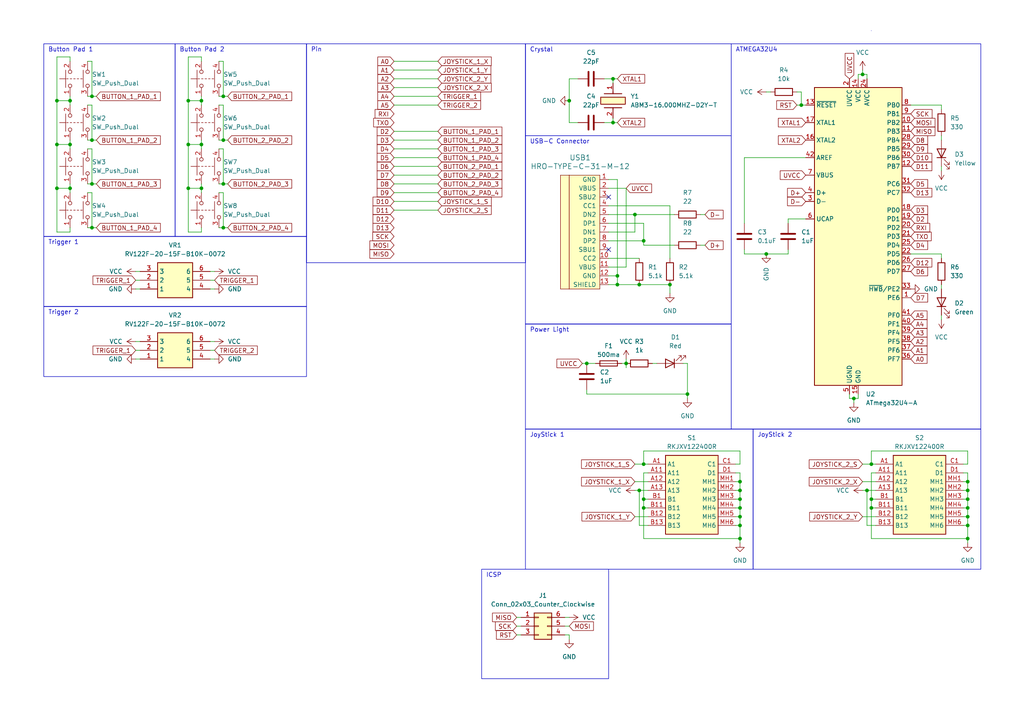
<source format=kicad_sch>
(kicad_sch (version 20230121) (generator eeschema)
  (paper "A4")
  (lib_symbols
    (symbol "Connector_Generic:Conn_02x03_Counter_Clockwise" (pin_names (offset 1.016) hide)
      (property "Reference" "J" (at 1.27 5.08 0))
      (property "Value" "Conn_02x03_Counter_Clockwise" (at 1.27 -5.08 0))
      (symbol "Conn_02x03_Counter_Clockwise_1_1"
        (pin passive line (at -5.08 2.54 0) (length 3.81) (name "Pin_1") (number "1"))
        (pin passive line (at -5.08 0 0) (length 3.81) (name "Pin_2") (number "2"))
        (pin passive line (at -5.08 -2.54 0) (length 3.81) (name "Pin_3") (number "3"))
        (pin passive line (at 7.62 -2.54 180) (length 3.81) (name "Pin_4") (number "4"))
        (pin passive line (at 7.62 0 180) (length 3.81) (name "Pin_5") (number "5"))
        (pin passive line (at 7.62 2.54 180) (length 3.81) (name "Pin_6") (number "6"))
      )
    )
    (symbol "Device:C" (pin_numbers hide) (pin_names (offset 0.254))
      (property "Reference" "C" (at 0.635 2.54 0))
      (property "Value" "C" (at 0.635 -2.54 0))
      (symbol "C_1_1"
        (pin passive line (at 0 3.81 270) (length 2.794) (name "~") (number "1"))
        (pin passive line (at 0 -3.81 90) (length 2.794) (name "~") (number "2"))
      )
    )
    (symbol "Device:Fuse" (pin_numbers hide) (pin_names (offset 0))
      (property "Reference" "F" (at 2.032 0 90))
      (property "Value" "Fuse" (at -1.905 0 90))
      (symbol "Fuse_1_1"
        (pin passive line (at 0 3.81 270) (length 1.27) (name "~") (number "1"))
        (pin passive line (at 0 -3.81 90) (length 1.27) (name "~") (number "2"))
      )
    )
    (symbol "Device:LED" (pin_numbers hide) (pin_names (offset 1.016) hide)
      (property "Reference" "D" (at 0 2.54 0))
      (property "Value" "LED" (at 0 -2.54 0))
      (symbol "LED_1_1"
        (pin passive line (at -3.81 0 0) (length 2.54) (name "K") (number "1"))
        (pin passive line (at 3.81 0 180) (length 2.54) (name "A") (number "2"))
      )
    )
    (symbol "Device:R" (pin_numbers hide) (pin_names (offset 0))
      (property "Reference" "R" (at 2.032 0 90))
      (property "Value" "R" (at 0 0 90))
      (symbol "R_1_1"
        (pin passive line (at 0 3.81 270) (length 1.27) (name "~") (number "1"))
        (pin passive line (at 0 -3.81 90) (length 1.27) (name "~") (number "2"))
      )
    )
    (symbol "MCU_Microchip_ATmega:ATmega32U4-A"
      (property "Reference" "U" (at -12.7 44.45 0))
      (property "Value" "ATmega32U4-A" (at 2.54 -44.45 0))
      (symbol "ATmega32U4-A_1_1"
        (pin bidirectional line (at 15.24 -17.78 180) (length 2.54) (name "PE6") (number "1"))
        (pin bidirectional line (at 15.24 33.02 180) (length 2.54) (name "PB2") (number "10"))
        (pin bidirectional line (at 15.24 30.48 180) (length 2.54) (name "PB3") (number "11"))
        (pin bidirectional line (at 15.24 20.32 180) (length 2.54) (name "PB7") (number "12"))
        (pin input line (at -15.24 38.1 0) (length 2.54) (name "~{RESET}") (number "13"))
        (pin power_in line (at 0 45.72 270) (length 2.54) (name "VCC") (number "14"))
        (pin power_in line (at 0 -45.72 90) (length 2.54) (name "GND") (number "15"))
        (pin output line (at -15.24 27.94 0) (length 2.54) (name "XTAL2") (number "16"))
        (pin input line (at -15.24 33.02 0) (length 2.54) (name "XTAL1") (number "17"))
        (pin bidirectional line (at 15.24 7.62 180) (length 2.54) (name "PD0") (number "18"))
        (pin bidirectional line (at 15.24 5.08 180) (length 2.54) (name "PD1") (number "19"))
        (pin power_in line (at -2.54 45.72 270) (length 2.54) (name "UVCC") (number "2"))
        (pin bidirectional line (at 15.24 2.54 180) (length 2.54) (name "PD2") (number "20"))
        (pin bidirectional line (at 15.24 0 180) (length 2.54) (name "PD3") (number "21"))
        (pin bidirectional line (at 15.24 -5.08 180) (length 2.54) (name "PD5") (number "22"))
        (pin passive line (at 0 -45.72 90) (length 2.54) hide (name "GND") (number "23"))
        (pin power_in line (at 2.54 45.72 270) (length 2.54) (name "AVCC") (number "24"))
        (pin bidirectional line (at 15.24 -2.54 180) (length 2.54) (name "PD4") (number "25"))
        (pin bidirectional line (at 15.24 -7.62 180) (length 2.54) (name "PD6") (number "26"))
        (pin bidirectional line (at 15.24 -10.16 180) (length 2.54) (name "PD7") (number "27"))
        (pin bidirectional line (at 15.24 27.94 180) (length 2.54) (name "PB4") (number "28"))
        (pin bidirectional line (at 15.24 25.4 180) (length 2.54) (name "PB5") (number "29"))
        (pin bidirectional line (at -15.24 10.16 0) (length 2.54) (name "D-") (number "3"))
        (pin bidirectional line (at 15.24 22.86 180) (length 2.54) (name "PB6") (number "30"))
        (pin bidirectional line (at 15.24 15.24 180) (length 2.54) (name "PC6") (number "31"))
        (pin bidirectional line (at 15.24 12.7 180) (length 2.54) (name "PC7") (number "32"))
        (pin bidirectional line (at 15.24 -15.24 180) (length 2.54) (name "~{HWB}/PE2") (number "33"))
        (pin passive line (at 0 45.72 270) (length 2.54) hide (name "VCC") (number "34"))
        (pin passive line (at 0 -45.72 90) (length 2.54) hide (name "GND") (number "35"))
        (pin bidirectional line (at 15.24 -35.56 180) (length 2.54) (name "PF7") (number "36"))
        (pin bidirectional line (at 15.24 -33.02 180) (length 2.54) (name "PF6") (number "37"))
        (pin bidirectional line (at 15.24 -30.48 180) (length 2.54) (name "PF5") (number "38"))
        (pin bidirectional line (at 15.24 -27.94 180) (length 2.54) (name "PF4") (number "39"))
        (pin bidirectional line (at -15.24 12.7 0) (length 2.54) (name "D+") (number "4"))
        (pin bidirectional line (at 15.24 -25.4 180) (length 2.54) (name "PF1") (number "40"))
        (pin bidirectional line (at 15.24 -22.86 180) (length 2.54) (name "PF0") (number "41"))
        (pin passive line (at -15.24 22.86 0) (length 2.54) (name "AREF") (number "42"))
        (pin passive line (at 0 -45.72 90) (length 2.54) hide (name "GND") (number "43"))
        (pin passive line (at 2.54 45.72 270) (length 2.54) hide (name "AVCC") (number "44"))
        (pin passive line (at -2.54 -45.72 90) (length 2.54) (name "UGND") (number "5"))
        (pin passive line (at -15.24 5.08 0) (length 2.54) (name "UCAP") (number "6"))
        (pin input line (at -15.24 17.78 0) (length 2.54) (name "VBUS") (number "7"))
        (pin bidirectional line (at 15.24 38.1 180) (length 2.54) (name "PB0") (number "8"))
        (pin bidirectional line (at 15.24 35.56 180) (length 2.54) (name "PB1") (number "9"))
      )
    )
    (symbol "SamacSys_Parts:ABM3-16.000MHZ-D2Y-T" (pin_names hide)
      (property "Reference" "Y" (at 8.89 6.35 0))
      (property "Value" "ABM3-16.000MHZ-D2Y-T" (at 8.89 3.81 0))
      (symbol "ABM3-16.000MHZ-D2Y-T_1_1"
        (pin passive line (at 0 0 0) (length 2.54) (name "1") (number "1"))
        (pin passive line (at 10.16 0 180) (length 2.54) (name "2") (number "2"))
      )
    )
    (symbol "SamacSys_Parts:RKJXV122400R"
      (property "Reference" "S" (at 21.59 7.62 0))
      (property "Value" "RKJXV122400R" (at 21.59 5.08 0))
      (symbol "RKJXV122400R_1_1"
        (pin passive line (at 0 0 0) (length 5.08) (name "A1") (number "A1"))
        (pin passive line (at 0 -2.54 0) (length 5.08) (name "A11") (number "A11"))
        (pin passive line (at 0 -5.08 0) (length 5.08) (name "A12") (number "A12"))
        (pin passive line (at 0 -7.62 0) (length 5.08) (name "A13") (number "A13"))
        (pin passive line (at 0 -10.16 0) (length 5.08) (name "B1") (number "B1"))
        (pin passive line (at 0 -12.7 0) (length 5.08) (name "B11") (number "B11"))
        (pin passive line (at 0 -15.24 0) (length 5.08) (name "B12") (number "B12"))
        (pin passive line (at 0 -17.78 0) (length 5.08) (name "B13") (number "B13"))
        (pin passive line (at 25.4 0 180) (length 5.08) (name "C1") (number "C1"))
        (pin passive line (at 25.4 -2.54 180) (length 5.08) (name "D1") (number "D1"))
        (pin passive line (at 25.4 -5.08 180) (length 5.08) (name "MH1") (number "MH1"))
        (pin passive line (at 25.4 -7.62 180) (length 5.08) (name "MH2") (number "MH2"))
        (pin passive line (at 25.4 -10.16 180) (length 5.08) (name "MH3") (number "MH3"))
        (pin passive line (at 25.4 -12.7 180) (length 5.08) (name "MH4") (number "MH4"))
        (pin passive line (at 25.4 -15.24 180) (length 5.08) (name "MH5") (number "MH5"))
        (pin passive line (at 25.4 -17.78 180) (length 5.08) (name "MH6") (number "MH6"))
      )
    )
    (symbol "SamacSys_Parts:RV122F-20-15F-B10K-0072"
      (property "Reference" "VR" (at 16.51 7.62 0))
      (property "Value" "RV122F-20-15F-B10K-0072" (at 16.51 5.08 0))
      (symbol "RV122F-20-15F-B10K-0072_1_1"
        (pin passive line (at 0 -5.08 0) (length 5.08) (name "1") (number "1"))
        (pin passive line (at 0 -2.54 0) (length 5.08) (name "2") (number "2"))
        (pin passive line (at 0 0 0) (length 5.08) (name "3") (number "3"))
        (pin passive line (at 20.32 -5.08 180) (length 5.08) (name "4") (number "4"))
        (pin passive line (at 20.32 -2.54 180) (length 5.08) (name "5") (number "5"))
        (pin passive line (at 20.32 0 180) (length 5.08) (name "6") (number "6"))
      )
    )
    (symbol "Switch:SW_Push_Dual" (pin_names (offset 1.016) hide)
      (property "Reference" "SW" (at 1.27 2.54 0))
      (property "Value" "SW_Push_Dual" (at 0 -6.858 0))
      (symbol "SW_Push_Dual_0_1"
        (pin passive line (at -5.08 0 0) (length 2.54) (name "1") (number "1"))
        (pin passive line (at 5.08 0 180) (length 2.54) (name "2") (number "2"))
        (pin passive line (at -5.08 -5.08 0) (length 2.54) (name "3") (number "3"))
        (pin passive line (at 5.08 -5.08 180) (length 2.54) (name "4") (number "4"))
      )
    )
    (symbol "Type-C:HRO-TYPE-C-31-M-12" (pin_names (offset 1.016))
      (property "Reference" "USB" (at -5.08 16.51 0))
      (property "Value" "HRO-TYPE-C-31-M-12" (at -10.16 -1.27 90))
      (symbol "HRO-TYPE-C-31-M-12_1_1"
        (pin input line (at 2.54 13.97 180) (length 2.54) (name "GND") (number "1"))
        (pin input line (at 2.54 -8.89 180) (length 2.54) (name "CC2") (number "10"))
        (pin input line (at 2.54 -11.43 180) (length 2.54) (name "VBUS") (number "11"))
        (pin input line (at 2.54 -13.97 180) (length 2.54) (name "GND") (number "12"))
        (pin input line (at 2.54 -16.51 180) (length 2.54) (name "SHIELD") (number "13"))
        (pin input line (at 2.54 11.43 180) (length 2.54) (name "VBUS") (number "2"))
        (pin input line (at 2.54 8.89 180) (length 2.54) (name "SBU2") (number "3"))
        (pin input line (at 2.54 6.35 180) (length 2.54) (name "CC1") (number "4"))
        (pin input line (at 2.54 3.81 180) (length 2.54) (name "DN2") (number "5"))
        (pin input line (at 2.54 1.27 180) (length 2.54) (name "DP1") (number "6"))
        (pin input line (at 2.54 -1.27 180) (length 2.54) (name "DN1") (number "7"))
        (pin input line (at 2.54 -3.81 180) (length 2.54) (name "DP2") (number "8"))
        (pin input line (at 2.54 -6.35 180) (length 2.54) (name "SBU1") (number "9"))
      )
    )
    (symbol "power:GND" (power) (pin_names (offset 0))
      (property "Value" "GND" (at 0 -3.81 0))
      (symbol "GND_1_1"
        (pin power_in line (at 0 0 270) (length 0) hide (name "GND") (number "1"))
      )
    )
    (symbol "power:VCC" (power) (pin_names (offset 0))
      (property "Value" "VCC" (at 0 3.81 0))
      (symbol "VCC_1_1"
        (pin power_in line (at 0 0 90) (length 0) hide (name "VCC") (number "1"))
      )
    )
  )
  (junction (at 64.77 40.64))
  (junction (at 54.61 29.21))
  (junction (at 165.1 29.21))
  (junction (at 232.41 30.48))
  (junction (at 214.63 142.24))
  (junction (at 280.67 147.32))
  (junction (at 280.67 152.4))
  (junction (at 252.73 144.78))
  (junction (at 251.46 142.24))
  (junction (at 214.63 152.4))
  (junction (at 214.63 147.32))
  (junction (at 186.69 144.78))
  (junction (at 214.63 149.86))
  (junction (at 58.42 54.61))
  (junction (at 214.63 139.7))
  (junction (at 177.8 22.86))
  (junction (at 280.67 149.86))
  (junction (at 194.31 82.55))
  (junction (at 185.42 142.24))
  (junction (at 247.65 115.57))
  (junction (at 16.51 54.61))
  (junction (at 186.69 69.85))
  (junction (at 186.69 134.62))
  (junction (at 170.18 105.41))
  (junction (at 250.19 21.59))
  (junction (at 179.07 80.01))
  (junction (at 26.67 40.64))
  (junction (at 280.67 139.7))
  (junction (at 26.67 53.34))
  (junction (at 252.73 147.32))
  (junction (at 16.51 41.91))
  (junction (at 252.73 134.62))
  (junction (at 26.67 27.94))
  (junction (at 20.32 41.91))
  (junction (at 54.61 41.91))
  (junction (at 185.42 82.55))
  (junction (at 214.63 156.21))
  (junction (at 26.67 66.04))
  (junction (at 280.67 156.21))
  (junction (at 64.77 53.34))
  (junction (at 58.42 41.91))
  (junction (at 20.32 54.61))
  (junction (at 181.61 105.41))
  (junction (at 186.69 147.32))
  (junction (at 280.67 144.78))
  (junction (at 199.39 114.3))
  (junction (at 58.42 29.21))
  (junction (at 20.32 29.21))
  (junction (at 64.77 66.04))
  (junction (at 214.63 144.78))
  (junction (at 184.15 62.23))
  (junction (at 177.8 35.56))
  (junction (at 16.51 29.21))
  (junction (at 179.07 82.55))
  (junction (at 54.61 54.61))
  (junction (at 222.25 73.66))
  (junction (at 64.77 27.94))
  (junction (at 280.67 142.24))
  (no_connect (at 176.53 57.15))
  (no_connect (at 176.53 72.39))
  (wire (pts (xy 264.16 30.48) (xy 273.05 30.48)))
  (wire (pts (xy 223.52 26.67) (xy 222.25 26.67)))
  (wire (pts (xy 20.32 54.61) (xy 16.51 54.61)))
  (wire (pts (xy 177.8 22.86) (xy 179.07 22.86)))
  (wire (pts (xy 246.38 115.57) (xy 247.65 115.57)))
  (wire (pts (xy 20.32 29.21) (xy 20.32 30.48)))
  (wire (pts (xy 54.61 29.21) (xy 54.61 16.51)))
  (wire (pts (xy 16.51 67.31) (xy 16.51 54.61)))
  (wire (pts (xy 232.41 30.48) (xy 233.68 30.48)))
  (wire (pts (xy 186.69 71.12) (xy 186.69 69.85)))
  (wire (pts (xy 165.1 35.56) (xy 167.64 35.56)))
  (wire (pts (xy 176.53 52.07) (xy 179.07 52.07)))
  (wire (pts (xy 185.42 152.4) (xy 185.42 142.24)))
  (wire (pts (xy 58.42 67.31) (xy 54.61 67.31)))
  (wire (pts (xy 273.05 30.48) (xy 273.05 31.75)))
  (wire (pts (xy 58.42 16.51) (xy 58.42 17.78)))
  (wire (pts (xy 185.42 82.55) (xy 194.31 82.55)))
  (wire (pts (xy 64.77 30.48) (xy 64.77 40.64)))
  (wire (pts (xy 165.1 181.61) (xy 163.83 181.61)))
  (wire (pts (xy 214.63 139.7) (xy 213.36 139.7)))
  (wire (pts (xy 20.32 29.21) (xy 16.51 29.21)))
  (wire (pts (xy 215.9 73.66) (xy 215.9 72.39)))
  (wire (pts (xy 184.15 134.62) (xy 186.69 134.62)))
  (wire (pts (xy 58.42 41.91) (xy 54.61 41.91)))
  (wire (pts (xy 20.32 41.91) (xy 16.51 41.91)))
  (wire (pts (xy 280.67 156.21) (xy 280.67 152.4)))
  (wire (pts (xy 280.67 152.4) (xy 280.67 149.86)))
  (wire (pts (xy 26.67 17.78) (xy 26.67 27.94)))
  (wire (pts (xy 250.19 20.32) (xy 250.19 21.59)))
  (wire (pts (xy 16.51 54.61) (xy 16.51 41.91)))
  (wire (pts (xy 58.42 27.94) (xy 58.42 29.21)))
  (wire (pts (xy 232.41 26.67) (xy 232.41 30.48)))
  (wire (pts (xy 26.67 30.48) (xy 26.67 40.64)))
  (wire (pts (xy 39.37 83.82) (xy 40.64 83.82)))
  (wire (pts (xy 20.32 66.04) (xy 20.32 67.31)))
  (wire (pts (xy 186.69 156.21) (xy 214.63 156.21)))
  (wire (pts (xy 251.46 21.59) (xy 251.46 22.86)))
  (wire (pts (xy 177.8 22.86) (xy 177.8 24.13)))
  (wire (pts (xy 279.4 152.4) (xy 280.67 152.4)))
  (wire (pts (xy 250.19 21.59) (xy 251.46 21.59)))
  (wire (pts (xy 214.63 147.32) (xy 214.63 144.78)))
  (wire (pts (xy 39.37 81.28) (xy 40.64 81.28)))
  (wire (pts (xy 165.1 29.21) (xy 165.1 35.56)))
  (wire (pts (xy 280.67 137.16) (xy 280.67 139.7)))
  (wire (pts (xy 64.77 40.64) (xy 66.04 40.64)))
  (wire (pts (xy 63.5 27.94) (xy 64.77 27.94)))
  (wire (pts (xy 199.39 114.3) (xy 170.18 114.3)))
  (wire (pts (xy 184.15 62.23) (xy 176.53 62.23)))
  (wire (pts (xy 181.61 77.47) (xy 181.61 54.61)))
  (wire (pts (xy 187.96 137.16) (xy 186.69 137.16)))
  (wire (pts (xy 199.39 105.41) (xy 199.39 114.3)))
  (wire (pts (xy 26.67 27.94) (xy 27.94 27.94)))
  (wire (pts (xy 228.6 63.5) (xy 233.68 63.5)))
  (wire (pts (xy 222.25 73.66) (xy 228.6 73.66)))
  (wire (pts (xy 247.65 115.57) (xy 248.92 115.57)))
  (wire (pts (xy 26.67 43.18) (xy 26.67 53.34)))
  (wire (pts (xy 114.3 30.48) (xy 127 30.48)))
  (wire (pts (xy 248.92 114.3) (xy 248.92 115.57)))
  (wire (pts (xy 62.23 83.82) (xy 60.96 83.82)))
  (wire (pts (xy 20.32 54.61) (xy 20.32 55.88)))
  (wire (pts (xy 114.3 25.4) (xy 127 25.4)))
  (wire (pts (xy 25.4 66.04) (xy 26.67 66.04)))
  (wire (pts (xy 39.37 101.6) (xy 40.64 101.6)))
  (wire (pts (xy 252.73 147.32) (xy 254 147.32)))
  (wire (pts (xy 186.69 147.32) (xy 187.96 147.32)))
  (wire (pts (xy 63.5 66.04) (xy 64.77 66.04)))
  (wire (pts (xy 279.4 144.78) (xy 280.67 144.78)))
  (wire (pts (xy 189.23 105.41) (xy 190.5 105.41)))
  (wire (pts (xy 252.73 137.16) (xy 252.73 144.78)))
  (wire (pts (xy 181.61 105.41) (xy 180.34 105.41)))
  (wire (pts (xy 280.67 130.81) (xy 280.67 134.62)))
  (wire (pts (xy 58.42 54.61) (xy 54.61 54.61)))
  (wire (pts (xy 273.05 49.53) (xy 273.05 48.26)))
  (wire (pts (xy 20.32 41.91) (xy 20.32 43.18)))
  (wire (pts (xy 26.67 66.04) (xy 27.94 66.04)))
  (wire (pts (xy 187.96 152.4) (xy 185.42 152.4)))
  (wire (pts (xy 186.69 137.16) (xy 186.69 144.78)))
  (wire (pts (xy 54.61 67.31) (xy 54.61 54.61)))
  (wire (pts (xy 194.31 85.09) (xy 194.31 82.55)))
  (wire (pts (xy 114.3 38.1) (xy 127 38.1)))
  (wire (pts (xy 279.4 137.16) (xy 280.67 137.16)))
  (wire (pts (xy 213.36 137.16) (xy 214.63 137.16)))
  (wire (pts (xy 213.36 147.32) (xy 214.63 147.32)))
  (wire (pts (xy 64.77 53.34) (xy 66.04 53.34)))
  (wire (pts (xy 280.67 157.48) (xy 280.67 156.21)))
  (wire (pts (xy 214.63 152.4) (xy 214.63 149.86)))
  (wire (pts (xy 280.67 139.7) (xy 279.4 139.7)))
  (wire (pts (xy 231.14 30.48) (xy 232.41 30.48)))
  (wire (pts (xy 62.23 104.14) (xy 60.96 104.14)))
  (wire (pts (xy 181.61 105.41) (xy 181.61 106.68)))
  (wire (pts (xy 194.31 74.93) (xy 194.31 59.69)))
  (wire (pts (xy 280.67 144.78) (xy 280.67 142.24)))
  (wire (pts (xy 114.3 22.86) (xy 127 22.86)))
  (wire (pts (xy 280.67 149.86) (xy 280.67 147.32)))
  (wire (pts (xy 114.3 58.42) (xy 127 58.42)))
  (wire (pts (xy 184.15 142.24) (xy 185.42 142.24)))
  (wire (pts (xy 20.32 67.31) (xy 16.51 67.31)))
  (wire (pts (xy 62.23 101.6) (xy 60.96 101.6)))
  (wire (pts (xy 114.3 17.78) (xy 127 17.78)))
  (wire (pts (xy 264.16 73.66) (xy 273.05 73.66)))
  (wire (pts (xy 279.4 149.86) (xy 280.67 149.86)))
  (wire (pts (xy 170.18 114.3) (xy 170.18 113.03)))
  (wire (pts (xy 176.53 67.31) (xy 184.15 67.31)))
  (wire (pts (xy 280.67 147.32) (xy 280.67 144.78)))
  (wire (pts (xy 279.4 147.32) (xy 280.67 147.32)))
  (wire (pts (xy 16.51 41.91) (xy 16.51 29.21)))
  (wire (pts (xy 250.19 149.86) (xy 254 149.86)))
  (wire (pts (xy 273.05 40.64) (xy 273.05 39.37)))
  (wire (pts (xy 215.9 45.72) (xy 233.68 45.72)))
  (wire (pts (xy 114.3 27.94) (xy 127 27.94)))
  (wire (pts (xy 26.67 55.88) (xy 26.67 66.04)))
  (wire (pts (xy 273.05 92.71) (xy 273.05 91.44)))
  (wire (pts (xy 184.15 139.7) (xy 187.96 139.7)))
  (wire (pts (xy 251.46 152.4) (xy 251.46 142.24)))
  (wire (pts (xy 149.86 179.07) (xy 151.13 179.07)))
  (wire (pts (xy 184.15 62.23) (xy 195.58 62.23)))
  (wire (pts (xy 252.73 134.62) (xy 252.73 130.81)))
  (wire (pts (xy 176.53 82.55) (xy 179.07 82.55)))
  (wire (pts (xy 185.42 142.24) (xy 187.96 142.24)))
  (wire (pts (xy 20.32 53.34) (xy 20.32 54.61)))
  (wire (pts (xy 39.37 104.14) (xy 40.64 104.14)))
  (wire (pts (xy 252.73 147.32) (xy 252.73 156.21)))
  (wire (pts (xy 62.23 99.06) (xy 60.96 99.06)))
  (wire (pts (xy 181.61 104.14) (xy 181.61 105.41)))
  (wire (pts (xy 63.5 17.78) (xy 64.77 17.78)))
  (wire (pts (xy 280.67 134.62) (xy 279.4 134.62)))
  (wire (pts (xy 179.07 52.07) (xy 179.07 80.01)))
  (wire (pts (xy 114.3 53.34) (xy 127 53.34)))
  (wire (pts (xy 214.63 134.62) (xy 213.36 134.62)))
  (wire (pts (xy 114.3 43.18) (xy 127 43.18)))
  (wire (pts (xy 273.05 73.66) (xy 273.05 74.93)))
  (wire (pts (xy 252.73 130.81) (xy 280.67 130.81)))
  (wire (pts (xy 186.69 147.32) (xy 186.69 156.21)))
  (wire (pts (xy 254 134.62) (xy 252.73 134.62)))
  (wire (pts (xy 20.32 27.94) (xy 20.32 29.21)))
  (wire (pts (xy 179.07 82.55) (xy 179.07 80.01)))
  (wire (pts (xy 254 137.16) (xy 252.73 137.16)))
  (wire (pts (xy 63.5 40.64) (xy 64.77 40.64)))
  (wire (pts (xy 163.83 179.07) (xy 165.1 179.07)))
  (wire (pts (xy 54.61 41.91) (xy 54.61 29.21)))
  (wire (pts (xy 194.31 59.69) (xy 176.53 59.69)))
  (wire (pts (xy 187.96 134.62) (xy 186.69 134.62)))
  (wire (pts (xy 184.15 62.23) (xy 184.15 67.31)))
  (wire (pts (xy 114.3 48.26) (xy 127 48.26)))
  (wire (pts (xy 186.69 144.78) (xy 186.69 147.32)))
  (wire (pts (xy 186.69 130.81) (xy 214.63 130.81)))
  (wire (pts (xy 198.12 105.41) (xy 199.39 105.41)))
  (wire (pts (xy 280.67 142.24) (xy 280.67 139.7)))
  (wire (pts (xy 54.61 54.61) (xy 54.61 41.91)))
  (wire (pts (xy 16.51 16.51) (xy 20.32 16.51)))
  (wire (pts (xy 63.5 53.34) (xy 64.77 53.34)))
  (wire (pts (xy 246.38 114.3) (xy 246.38 115.57)))
  (wire (pts (xy 273.05 82.55) (xy 273.05 83.82)))
  (wire (pts (xy 252.73 156.21) (xy 280.67 156.21)))
  (wire (pts (xy 25.4 43.18) (xy 26.67 43.18)))
  (wire (pts (xy 25.4 30.48) (xy 26.67 30.48)))
  (wire (pts (xy 186.69 134.62) (xy 186.69 130.81)))
  (wire (pts (xy 176.53 69.85) (xy 186.69 69.85)))
  (wire (pts (xy 213.36 142.24) (xy 214.63 142.24)))
  (wire (pts (xy 179.07 80.01) (xy 176.53 80.01)))
  (wire (pts (xy 165.1 184.15) (xy 165.1 185.42)))
  (wire (pts (xy 25.4 55.88) (xy 26.67 55.88)))
  (wire (pts (xy 25.4 40.64) (xy 26.67 40.64)))
  (wire (pts (xy 149.86 181.61) (xy 151.13 181.61)))
  (wire (pts (xy 176.53 77.47) (xy 181.61 77.47)))
  (wire (pts (xy 25.4 17.78) (xy 26.67 17.78)))
  (wire (pts (xy 214.63 156.21) (xy 214.63 152.4)))
  (wire (pts (xy 228.6 73.66) (xy 228.6 72.39)))
  (wire (pts (xy 214.63 149.86) (xy 214.63 147.32)))
  (wire (pts (xy 213.36 152.4) (xy 214.63 152.4)))
  (wire (pts (xy 25.4 27.94) (xy 26.67 27.94)))
  (wire (pts (xy 149.86 184.15) (xy 151.13 184.15)))
  (wire (pts (xy 231.14 26.67) (xy 232.41 26.67)))
  (wire (pts (xy 214.63 157.48) (xy 214.63 156.21)))
  (wire (pts (xy 165.1 22.86) (xy 165.1 29.21)))
  (wire (pts (xy 175.26 22.86) (xy 177.8 22.86)))
  (wire (pts (xy 114.3 40.64) (xy 127 40.64)))
  (wire (pts (xy 214.63 142.24) (xy 214.63 139.7)))
  (wire (pts (xy 215.9 64.77) (xy 215.9 45.72)))
  (wire (pts (xy 175.26 35.56) (xy 177.8 35.56)))
  (wire (pts (xy 26.67 40.64) (xy 27.94 40.64)))
  (wire (pts (xy 214.63 144.78) (xy 214.63 142.24)))
  (wire (pts (xy 214.63 130.81) (xy 214.63 134.62)))
  (wire (pts (xy 62.23 81.28) (xy 60.96 81.28)))
  (wire (pts (xy 167.64 22.86) (xy 165.1 22.86)))
  (wire (pts (xy 58.42 53.34) (xy 58.42 54.61)))
  (wire (pts (xy 58.42 29.21) (xy 58.42 30.48)))
  (wire (pts (xy 203.2 62.23) (xy 204.47 62.23)))
  (wire (pts (xy 177.8 35.56) (xy 179.07 35.56)))
  (wire (pts (xy 58.42 54.61) (xy 58.42 55.88)))
  (wire (pts (xy 20.32 16.51) (xy 20.32 17.78)))
  (wire (pts (xy 64.77 55.88) (xy 64.77 66.04)))
  (wire (pts (xy 250.19 142.24) (xy 251.46 142.24)))
  (wire (pts (xy 63.5 30.48) (xy 64.77 30.48)))
  (wire (pts (xy 64.77 27.94) (xy 66.04 27.94)))
  (wire (pts (xy 186.69 64.77) (xy 176.53 64.77)))
  (wire (pts (xy 215.9 73.66) (xy 222.25 73.66)))
  (wire (pts (xy 213.36 144.78) (xy 214.63 144.78)))
  (wire (pts (xy 16.51 29.21) (xy 16.51 16.51)))
  (wire (pts (xy 64.77 43.18) (xy 64.77 53.34)))
  (wire (pts (xy 165.1 184.15) (xy 163.83 184.15)))
  (wire (pts (xy 203.2 71.12) (xy 204.47 71.12)))
  (wire (pts (xy 54.61 16.51) (xy 58.42 16.51)))
  (wire (pts (xy 250.19 139.7) (xy 254 139.7)))
  (wire (pts (xy 62.23 78.74) (xy 60.96 78.74)))
  (wire (pts (xy 186.69 69.85) (xy 186.69 64.77)))
  (wire (pts (xy 114.3 20.32) (xy 127 20.32)))
  (wire (pts (xy 25.4 53.34) (xy 26.67 53.34)))
  (wire (pts (xy 64.77 17.78) (xy 64.77 27.94)))
  (wire (pts (xy 251.46 142.24) (xy 254 142.24)))
  (wire (pts (xy 58.42 29.21) (xy 54.61 29.21)))
  (wire (pts (xy 214.63 137.16) (xy 214.63 139.7)))
  (wire (pts (xy 247.65 115.57) (xy 247.65 116.84)))
  (wire (pts (xy 58.42 41.91) (xy 58.42 43.18)))
  (wire (pts (xy 170.18 105.41) (xy 172.72 105.41)))
  (wire (pts (xy 39.37 99.06) (xy 40.64 99.06)))
  (wire (pts (xy 20.32 40.64) (xy 20.32 41.91)))
  (wire (pts (xy 39.37 78.74) (xy 40.64 78.74)))
  (wire (pts (xy 228.6 64.77) (xy 228.6 63.5)))
  (wire (pts (xy 185.42 82.55) (xy 179.07 82.55)))
  (wire (pts (xy 176.53 74.93) (xy 185.42 74.93)))
  (wire (pts (xy 58.42 66.04) (xy 58.42 67.31)))
  (wire (pts (xy 186.69 144.78) (xy 187.96 144.78)))
  (wire (pts (xy 58.42 40.64) (xy 58.42 41.91)))
  (wire (pts (xy 213.36 149.86) (xy 214.63 149.86)))
  (wire (pts (xy 114.3 60.96) (xy 127 60.96)))
  (wire (pts (xy 26.67 53.34) (xy 27.94 53.34)))
  (wire (pts (xy 248.92 22.86) (xy 248.92 21.59)))
  (wire (pts (xy 184.15 149.86) (xy 187.96 149.86)))
  (wire (pts (xy 199.39 115.57) (xy 199.39 114.3)))
  (wire (pts (xy 186.69 71.12) (xy 195.58 71.12)))
  (wire (pts (xy 176.53 54.61) (xy 181.61 54.61)))
  (wire (pts (xy 114.3 55.88) (xy 127 55.88)))
  (wire (pts (xy 177.8 34.29) (xy 177.8 35.56)))
  (wire (pts (xy 114.3 50.8) (xy 127 50.8)))
  (wire (pts (xy 248.92 21.59) (xy 250.19 21.59)))
  (wire (pts (xy 63.5 55.88) (xy 64.77 55.88)))
  (wire (pts (xy 114.3 45.72) (xy 127 45.72)))
  (wire (pts (xy 252.73 144.78) (xy 254 144.78)))
  (wire (pts (xy 170.18 105.41) (xy 168.91 105.41)))
  (wire (pts (xy 63.5 43.18) (xy 64.77 43.18)))
  (wire (pts (xy 250.19 134.62) (xy 252.73 134.62)))
  (wire (pts (xy 64.77 66.04) (xy 66.04 66.04)))
  (wire (pts (xy 254 152.4) (xy 251.46 152.4)))
  (wire (pts (xy 279.4 142.24) (xy 280.67 142.24)))
  (wire (pts (xy 252.73 144.78) (xy 252.73 147.32)))
  (rectangle (start 88.9 12.7) (end 152.4 76.2))
  (rectangle (start 152.4 93.98) (end 212.09 124.46))
  (rectangle (start 152.4 124.46) (end 218.44 165.1))
  (rectangle (start 139.7 165.1) (end 176.53 196.85))
  (rectangle (start 212.09 12.7) (end 284.48 124.46))
  (rectangle (start 252.73 8.89) (end 252.73 8.89))
  (rectangle (start 12.7 12.7) (end 50.8 68.58))
  (rectangle (start 152.4 12.7) (end 212.09 39.37))
  (rectangle (start 12.7 68.58) (end 88.9 88.9))
  (rectangle (start 152.4 39.37) (end 212.09 93.98))
  (rectangle (start 218.44 124.46) (end 284.48 165.1))
  (rectangle (start 12.7 88.9) (end 88.9 109.22))
  (rectangle (start 50.8 12.7) (end 88.9 68.58))
  (text "Pin" (at 90.17 15.24 0) (effects (font (size 1.27 1.27)) (justify left bottom)))
  (text "Trigger 1\n" (at 13.97 71.12 0) (effects (font (size 1.27 1.27)) (justify left bottom)))
  (text "USB-C Connector" (at 153.67 41.91 0) (effects (font (size 1.27 1.27)) (justify left bottom)))
  (text "Button Pad 2" (at 52.07 15.24 0) (effects (font (size 1.27 1.27)) (justify left bottom)))
  (text "ATMEGA32U4\n" (at 213.36 15.24 0) (effects (font (size 1.27 1.27)) (justify left bottom)))
  (text "Crystal\n" (at 153.67 15.24 0) (effects (font (size 1.27 1.27)) (justify left bottom)))
  (text "JoyStick 2" (at 219.71 127 0) (effects (font (size 1.27 1.27)) (justify left bottom)))
  (text "JoyStick 1" (at 153.67 127 0) (effects (font (size 1.27 1.27)) (justify left bottom)))
  (text "Button Pad 1" (at 13.97 15.24 0) (effects (font (size 1.27 1.27)) (justify left bottom)))
  (text "ICSP" (at 140.97 167.64 0) (effects (font (size 1.27 1.27)) (justify left bottom)))
  (text "Trigger 2" (at 13.97 91.44 0) (effects (font (size 1.27 1.27)) (justify left bottom)))
  (text "Power Light" (at 153.67 96.52 0) (effects (font (size 1.27 1.27)) (justify left bottom)))
  (global_label "MOSI" (shape input) (at 165.1 181.61 0) (property "Intersheetrefs" "${INTERSHEET_REFS}" (effects hide)))
  (global_label "XTAL2" (shape input) (at 179.07 35.56 0) (property "Intersheetrefs" "${INTERSHEET_REFS}" (effects hide)))
  (global_label "BUTTON_2_PAD_3" (shape input) (at 127 53.34 0) (property "Intersheetrefs" "${INTERSHEET_REFS}" (effects hide)))
  (global_label "D4" (shape input) (at 114.3 43.18 180) (property "Intersheetrefs" "${INTERSHEET_REFS}" (effects hide)))
  (global_label "TRIGGER_1" (shape input) (at 39.37 81.28 180) (property "Intersheetrefs" "${INTERSHEET_REFS}" (effects hide)))
  (global_label "SCK" (shape input) (at 264.16 33.02 0) (property "Intersheetrefs" "${INTERSHEET_REFS}" (effects hide)))
  (global_label "UVCC" (shape input) (at 233.68 50.8 180) (property "Intersheetrefs" "${INTERSHEET_REFS}" (effects hide)))
  (global_label "BUTTON_1_PAD_2" (shape input) (at 127 40.64 0) (property "Intersheetrefs" "${INTERSHEET_REFS}" (effects hide)))
  (global_label "XTAL1" (shape input) (at 233.68 35.56 180) (property "Intersheetrefs" "${INTERSHEET_REFS}" (effects hide)))
  (global_label "D6" (shape input) (at 114.3 48.26 180) (property "Intersheetrefs" "${INTERSHEET_REFS}" (effects hide)))
  (global_label "TRIGGER_1" (shape input) (at 39.37 101.6 180) (property "Intersheetrefs" "${INTERSHEET_REFS}" (effects hide)))
  (global_label "JOYSTICK_1_X" (shape input) (at 184.15 139.7 180) (property "Intersheetrefs" "${INTERSHEET_REFS}" (effects hide)))
  (global_label "MOSI" (shape input) (at 114.3 71.12 180) (property "Intersheetrefs" "${INTERSHEET_REFS}" (effects hide)))
  (global_label "JOYSTICK_1_Y" (shape input) (at 184.15 149.86 180) (property "Intersheetrefs" "${INTERSHEET_REFS}" (effects hide)))
  (global_label "D4" (shape input) (at 264.16 71.12 0) (property "Intersheetrefs" "${INTERSHEET_REFS}" (effects hide)))
  (global_label "A5" (shape input) (at 114.3 30.48 180) (property "Intersheetrefs" "${INTERSHEET_REFS}" (effects hide)))
  (global_label "BUTTON_2_PAD_1" (shape input) (at 66.04 27.94 0) (property "Intersheetrefs" "${INTERSHEET_REFS}" (effects hide)))
  (global_label "D7" (shape input) (at 264.16 86.36 0) (property "Intersheetrefs" "${INTERSHEET_REFS}" (effects hide)))
  (global_label "MISO" (shape input) (at 264.16 38.1 0) (property "Intersheetrefs" "${INTERSHEET_REFS}" (effects hide)))
  (global_label "BUTTON_2_PAD_2" (shape input) (at 127 50.8 0) (property "Intersheetrefs" "${INTERSHEET_REFS}" (effects hide)))
  (global_label "A3" (shape input) (at 114.3 25.4 180) (property "Intersheetrefs" "${INTERSHEET_REFS}" (effects hide)))
  (global_label "D10" (shape input) (at 114.3 58.42 180) (property "Intersheetrefs" "${INTERSHEET_REFS}" (effects hide)))
  (global_label "A1" (shape input) (at 114.3 20.32 180) (property "Intersheetrefs" "${INTERSHEET_REFS}" (effects hide)))
  (global_label "A3" (shape input) (at 264.16 96.52 0) (property "Intersheetrefs" "${INTERSHEET_REFS}" (effects hide)))
  (global_label "XTAL1" (shape input) (at 179.07 22.86 0) (property "Intersheetrefs" "${INTERSHEET_REFS}" (effects hide)))
  (global_label "D7" (shape input) (at 114.3 50.8 180) (property "Intersheetrefs" "${INTERSHEET_REFS}" (effects hide)))
  (global_label "TRIGGER_1" (shape input) (at 127 27.94 0) (property "Intersheetrefs" "${INTERSHEET_REFS}" (effects hide)))
  (global_label "D10" (shape input) (at 264.16 45.72 0) (property "Intersheetrefs" "${INTERSHEET_REFS}" (effects hide)))
  (global_label "D9" (shape input) (at 114.3 55.88 180) (property "Intersheetrefs" "${INTERSHEET_REFS}" (effects hide)))
  (global_label "BUTTON_1_PAD_4" (shape input) (at 27.94 66.04 0) (property "Intersheetrefs" "${INTERSHEET_REFS}" (effects hide)))
  (global_label "JOYSTICK_1_S" (shape input) (at 184.15 134.62 180) (property "Intersheetrefs" "${INTERSHEET_REFS}" (effects hide)))
  (global_label "RXI" (shape input) (at 264.16 66.04 0) (property "Intersheetrefs" "${INTERSHEET_REFS}" (effects hide)))
  (global_label "D8" (shape input) (at 264.16 40.64 0) (property "Intersheetrefs" "${INTERSHEET_REFS}" (effects hide)))
  (global_label "TXO" (shape input) (at 264.16 68.58 0) (property "Intersheetrefs" "${INTERSHEET_REFS}" (effects hide)))
  (global_label "D5" (shape input) (at 114.3 45.72 180) (property "Intersheetrefs" "${INTERSHEET_REFS}" (effects hide)))
  (global_label "D13" (shape input) (at 114.3 66.04 180) (property "Intersheetrefs" "${INTERSHEET_REFS}" (effects hide)))
  (global_label "BUTTON_1_PAD_3" (shape input) (at 127 43.18 0) (property "Intersheetrefs" "${INTERSHEET_REFS}" (effects hide)))
  (global_label "D-" (shape input) (at 204.47 62.23 0) (property "Intersheetrefs" "${INTERSHEET_REFS}" (effects hide)))
  (global_label "D11" (shape input) (at 114.3 60.96 180) (property "Intersheetrefs" "${INTERSHEET_REFS}" (effects hide)))
  (global_label "D8" (shape input) (at 114.3 53.34 180) (property "Intersheetrefs" "${INTERSHEET_REFS}" (effects hide)))
  (global_label "D+" (shape input) (at 233.68 55.88 180) (property "Intersheetrefs" "${INTERSHEET_REFS}" (effects hide)))
  (global_label "A5" (shape input) (at 264.16 91.44 0) (property "Intersheetrefs" "${INTERSHEET_REFS}" (effects hide)))
  (global_label "D3" (shape input) (at 114.3 40.64 180) (property "Intersheetrefs" "${INTERSHEET_REFS}" (effects hide)))
  (global_label "D11" (shape input) (at 264.16 48.26 0) (property "Intersheetrefs" "${INTERSHEET_REFS}" (effects hide)))
  (global_label "JOYSTICK_2_S" (shape input) (at 127 60.96 0) (property "Intersheetrefs" "${INTERSHEET_REFS}" (effects hide)))
  (global_label "RST" (shape input) (at 231.14 30.48 180) (property "Intersheetrefs" "${INTERSHEET_REFS}" (effects hide)))
  (global_label "A2" (shape input) (at 114.3 22.86 180) (property "Intersheetrefs" "${INTERSHEET_REFS}" (effects hide)))
  (global_label "JOYSTICK_2_X" (shape input) (at 127 25.4 0) (property "Intersheetrefs" "${INTERSHEET_REFS}" (effects hide)))
  (global_label "JOYSTICK_2_S" (shape input) (at 250.19 134.62 180) (property "Intersheetrefs" "${INTERSHEET_REFS}" (effects hide)))
  (global_label "A4" (shape input) (at 114.3 27.94 180) (property "Intersheetrefs" "${INTERSHEET_REFS}" (effects hide)))
  (global_label "D2" (shape input) (at 114.3 38.1 180) (property "Intersheetrefs" "${INTERSHEET_REFS}" (effects hide)))
  (global_label "TRIGGER_1" (shape input) (at 62.23 81.28 0) (property "Intersheetrefs" "${INTERSHEET_REFS}" (effects hide)))
  (global_label "JOYSTICK_1_X" (shape input) (at 127 17.78 0) (property "Intersheetrefs" "${INTERSHEET_REFS}" (effects hide)))
  (global_label "BUTTON_1_PAD_1" (shape input) (at 127 38.1 0) (property "Intersheetrefs" "${INTERSHEET_REFS}" (effects hide)))
  (global_label "D+" (shape input) (at 204.47 71.12 0) (property "Intersheetrefs" "${INTERSHEET_REFS}" (effects hide)))
  (global_label "XTAL2" (shape input) (at 233.68 40.64 180) (property "Intersheetrefs" "${INTERSHEET_REFS}" (effects hide)))
  (global_label "RXI" (shape input) (at 114.3 33.02 180) (property "Intersheetrefs" "${INTERSHEET_REFS}" (effects hide)))
  (global_label "RST" (shape input) (at 149.86 184.15 180) (property "Intersheetrefs" "${INTERSHEET_REFS}" (effects hide)))
  (global_label "A4" (shape input) (at 264.16 93.98 0) (property "Intersheetrefs" "${INTERSHEET_REFS}" (effects hide)))
  (global_label "BUTTON_1_PAD_4" (shape input) (at 127 45.72 0) (property "Intersheetrefs" "${INTERSHEET_REFS}" (effects hide)))
  (global_label "A0" (shape input) (at 114.3 17.78 180) (property "Intersheetrefs" "${INTERSHEET_REFS}" (effects hide)))
  (global_label "JOYSTICK_1_Y" (shape input) (at 127 20.32 0) (property "Intersheetrefs" "${INTERSHEET_REFS}" (effects hide)))
  (global_label "UVCC" (shape input) (at 246.38 22.86 90) (property "Intersheetrefs" "${INTERSHEET_REFS}" (effects hide)))
  (global_label "JOYSTICK_2_X" (shape input) (at 250.19 139.7 180) (property "Intersheetrefs" "${INTERSHEET_REFS}" (effects hide)))
  (global_label "D2" (shape input) (at 264.16 63.5 0) (property "Intersheetrefs" "${INTERSHEET_REFS}" (effects hide)))
  (global_label "A2" (shape input) (at 264.16 99.06 0) (property "Intersheetrefs" "${INTERSHEET_REFS}" (effects hide)))
  (global_label "D12" (shape input) (at 114.3 63.5 180) (property "Intersheetrefs" "${INTERSHEET_REFS}" (effects hide)))
  (global_label "BUTTON_2_PAD_4" (shape input) (at 66.04 66.04 0) (property "Intersheetrefs" "${INTERSHEET_REFS}" (effects hide)))
  (global_label "D6" (shape input) (at 264.16 78.74 0) (property "Intersheetrefs" "${INTERSHEET_REFS}" (effects hide)))
  (global_label "BUTTON_2_PAD_4" (shape input) (at 127 55.88 0) (property "Intersheetrefs" "${INTERSHEET_REFS}" (effects hide)))
  (global_label "TXO" (shape input) (at 114.3 35.56 180) (property "Intersheetrefs" "${INTERSHEET_REFS}" (effects hide)))
  (global_label "TRIGGER_2" (shape input) (at 127 30.48 0) (property "Intersheetrefs" "${INTERSHEET_REFS}" (effects hide)))
  (global_label "MOSI" (shape input) (at 264.16 35.56 0) (property "Intersheetrefs" "${INTERSHEET_REFS}" (effects hide)))
  (global_label "D9" (shape input) (at 264.16 43.18 0) (property "Intersheetrefs" "${INTERSHEET_REFS}" (effects hide)))
  (global_label "BUTTON_1_PAD_2" (shape input) (at 27.94 40.64 0) (property "Intersheetrefs" "${INTERSHEET_REFS}" (effects hide)))
  (global_label "BUTTON_2_PAD_1" (shape input) (at 127 48.26 0) (property "Intersheetrefs" "${INTERSHEET_REFS}" (effects hide)))
  (global_label "MISO" (shape input) (at 114.3 73.66 180) (property "Intersheetrefs" "${INTERSHEET_REFS}" (effects hide)))
  (global_label "BUTTON_2_PAD_2" (shape input) (at 66.04 40.64 0) (property "Intersheetrefs" "${INTERSHEET_REFS}" (effects hide)))
  (global_label "BUTTON_1_PAD_3" (shape input) (at 27.94 53.34 0) (property "Intersheetrefs" "${INTERSHEET_REFS}" (effects hide)))
  (global_label "JOYSTICK_2_Y" (shape input) (at 127 22.86 0) (property "Intersheetrefs" "${INTERSHEET_REFS}" (effects hide)))
  (global_label "D3" (shape input) (at 264.16 60.96 0) (property "Intersheetrefs" "${INTERSHEET_REFS}" (effects hide)))
  (global_label "A1" (shape input) (at 264.16 101.6 0) (property "Intersheetrefs" "${INTERSHEET_REFS}" (effects hide)))
  (global_label "BUTTON_2_PAD_3" (shape input) (at 66.04 53.34 0) (property "Intersheetrefs" "${INTERSHEET_REFS}" (effects hide)))
  (global_label "BUTTON_1_PAD_1" (shape input) (at 27.94 27.94 0) (property "Intersheetrefs" "${INTERSHEET_REFS}" (effects hide)))
  (global_label "SCK" (shape input) (at 149.86 181.61 180) (property "Intersheetrefs" "${INTERSHEET_REFS}" (effects hide)))
  (global_label "D12" (shape input) (at 264.16 76.2 0) (property "Intersheetrefs" "${INTERSHEET_REFS}" (effects hide)))
  (global_label "MISO" (shape input) (at 149.86 179.07 180) (property "Intersheetrefs" "${INTERSHEET_REFS}" (effects hide)))
  (global_label "D13" (shape input) (at 264.16 55.88 0) (property "Intersheetrefs" "${INTERSHEET_REFS}" (effects hide)))
  (global_label "UVCC" (shape input) (at 181.61 54.61 0) (property "Intersheetrefs" "${INTERSHEET_REFS}" (effects hide)))
  (global_label "SCK" (shape input) (at 114.3 68.58 180) (property "Intersheetrefs" "${INTERSHEET_REFS}" (effects hide)))
  (global_label "JOYSTICK_2_Y" (shape input) (at 250.19 149.86 180) (property "Intersheetrefs" "${INTERSHEET_REFS}" (effects hide)))
  (global_label "UVCC" (shape input) (at 168.91 105.41 180) (property "Intersheetrefs" "${INTERSHEET_REFS}" (effects hide)))
  (global_label "D5" (shape input) (at 264.16 53.34 0) (property "Intersheetrefs" "${INTERSHEET_REFS}" (effects hide)))
  (global_label "A0" (shape input) (at 264.16 104.14 0) (property "Intersheetrefs" "${INTERSHEET_REFS}" (effects hide)))
  (global_label "D-" (shape input) (at 233.68 58.42 180) (property "Intersheetrefs" "${INTERSHEET_REFS}" (effects hide)))
  (global_label "JOYSTICK_1_S" (shape input) (at 127 58.42 0) (property "Intersheetrefs" "${INTERSHEET_REFS}" (effects hide)))
  (global_label "TRIGGER_2" (shape input) (at 62.23 101.6 0) (property "Intersheetrefs" "${INTERSHEET_REFS}" (effects hide)))
  (symbol (lib_id "power:VCC") (at 273.05 92.71 180) (unit 1)
    (property "Reference" "#PWR012" (effects hide))
    (property "Value" "VCC" (at 273.05 97.79 0))
  )
  (symbol (lib_id "Device:R") (at 185.42 78.74 0) (unit 1)
    (property "Reference" "R1" (at 187.96 77.47 0) (effects (justify left)))
    (property "Value" "5.1k" (at 187.96 80.01 0) (effects (justify left)))
    (property "Footprint" "Resistor_SMD:R_0805_2012Metric_Pad1.20x1.40mm_HandSolder" (effects hide))
  )
  (symbol (lib_id "Device:Fuse") (at 176.53 105.41 90) (unit 1)
    (property "Reference" "F1" (at 176.53 100.33 90))
    (property "Value" "500ma" (at 176.53 102.87 90))
    (property "Footprint" "Fuse:Fuse_0805_2012Metric_Pad1.15x1.40mm_HandSolder" (effects hide))
  )
  (symbol (lib_id "Switch:SW_Push_Dual") (at 58.42 60.96 90) (unit 1)
    (property "Reference" "SW8" (at 64.77 59.69 90) (effects (justify right)))
    (property "Value" "SW_Push_Dual" (at 64.77 62.23 90) (effects (justify right)))
    (property "Footprint" "SamacSys_Parts:19772231" (effects hide))
  )
  (symbol (lib_id "power:VCC") (at 39.37 99.06 90) (unit 1)
    (property "Reference" "#PWR018" (effects hide))
    (property "Value" "VCC" (at 35.56 99.06 90) (effects (justify left)))
  )
  (symbol (lib_id "Device:R") (at 199.39 62.23 90) (unit 1)
    (property "Reference" "R7" (at 199.39 55.88 90))
    (property "Value" "22" (at 199.39 58.42 90))
    (property "Footprint" "Resistor_SMD:R_0805_2012Metric_Pad1.20x1.40mm_HandSolder" (effects hide))
  )
  (symbol (lib_id "power:VCC") (at 62.23 99.06 270) (unit 1)
    (property "Reference" "#PWR021" (effects hide))
    (property "Value" "VCC" (at 66.04 99.06 90) (effects (justify left)))
  )
  (symbol (lib_id "SamacSys_Parts:RV122F-20-15F-B10K-0072") (at 40.64 99.06 0) (unit 1)
    (property "Reference" "VR2" (at 50.8 91.44 0))
    (property "Value" "RV122F-20-15F-B10K-0072" (at 50.8 93.98 0))
    (property "Footprint" "RV122F2015FA10K0072" (effects hide))
    (property "Height" "16.5" (effects hide))
    (property "Mouser Part Number" "313-1250F-10K" (effects hide))
    (property "Mouser Price/Stock" "https://www.mouser.co.uk/ProductDetail/Alpha-Taiwan/RV122F-20-15F-B10K-0072?qs=8%252Br4Hz5Xir%252BigTW4Q3KCVA%3D%3D" (effects hide))
    (property "Manufacturer_Name" "Alpha (Taiwan)" (effects hide))
    (property "Manufacturer_Part_Number" "RV122F-20-15F-B10K-0072" (effects hide))
  )
  (symbol (lib_id "Device:C") (at 215.9 68.58 0) (unit 1)
    (property "Reference" "C3" (at 219.71 67.31 0) (effects (justify left)))
    (property "Value" "0.1uF" (at 219.71 69.85 0) (effects (justify left)))
    (property "Footprint" "Capacitor_SMD:C_0805_2012Metric_Pad1.18x1.45mm_HandSolder" (effects hide))
  )
  (symbol (lib_id "power:VCC") (at 222.25 26.67 90) (unit 1)
    (property "Reference" "#PWR011" (effects hide))
    (property "Value" "VCC" (at 218.44 26.67 90) (effects (justify left)))
  )
  (symbol (lib_id "power:VCC") (at 250.19 20.32 0) (unit 1)
    (property "Reference" "#PWR09" (effects hide))
    (property "Value" "VCC" (at 250.19 15.24 0))
  )
  (symbol (lib_id "power:GND") (at 222.25 73.66 0) (unit 1)
    (property "Reference" "#PWR08" (effects hide))
    (property "Value" "GND" (at 222.25 77.47 90) (effects (justify right)))
  )
  (symbol (lib_id "Switch:SW_Push_Dual") (at 58.42 48.26 90) (unit 1)
    (property "Reference" "SW7" (at 64.77 46.99 90) (effects (justify right)))
    (property "Value" "SW_Push_Dual" (at 64.77 49.53 90) (effects (justify right)))
    (property "Footprint" "SamacSys_Parts:19772231" (effects hide))
  )
  (symbol (lib_id "power:GND") (at 62.23 83.82 90) (unit 1)
    (property "Reference" "#PWR023" (effects hide))
    (property "Value" "GND" (at 66.04 83.82 90) (effects (justify right)))
  )
  (symbol (lib_id "Device:C") (at 171.45 22.86 270) (unit 1)
    (property "Reference" "C5" (at 171.45 15.24 90))
    (property "Value" "22pF" (at 171.45 17.78 90))
    (property "Footprint" "Capacitor_SMD:C_0805_2012Metric_Pad1.18x1.45mm_HandSolder" (effects hide))
  )
  (symbol (lib_id "Device:C") (at 171.45 35.56 270) (unit 1)
    (property "Reference" "C4" (at 171.45 27.94 90))
    (property "Value" "22pF" (at 171.45 30.48 90))
    (property "Footprint" "Capacitor_SMD:C_0805_2012Metric_Pad1.18x1.45mm_HandSolder" (effects hide))
  )
  (symbol (lib_id "Device:LED") (at 273.05 87.63 90) (unit 1)
    (property "Reference" "D2" (at 276.86 87.9475 90) (effects (justify right)))
    (property "Value" "Green" (at 276.86 90.4875 90) (effects (justify right)))
    (property "Footprint" "LED_SMD:LED_0805_2012Metric_Pad1.15x1.40mm_HandSolder" (effects hide))
  )
  (symbol (lib_id "Switch:SW_Push_Dual") (at 20.32 35.56 90) (unit 1)
    (property "Reference" "SW2" (at 26.67 34.29 90) (effects (justify right)))
    (property "Value" "SW_Push_Dual" (at 26.67 36.83 90) (effects (justify right)))
    (property "Footprint" "SamacSys_Parts:19772231" (effects hide))
  )
  (symbol (lib_id "power:GND") (at 264.16 83.82 90) (unit 1)
    (property "Reference" "#PWR010" (effects hide))
    (property "Value" "GND" (at 267.97 83.82 90) (effects (justify right)))
  )
  (symbol (lib_id "Connector_Generic:Conn_02x03_Counter_Clockwise") (at 156.21 181.61 0) (unit 1)
    (property "Reference" "J1" (at 157.48 172.72 0))
    (property "Value" "Conn_02x03_Counter_Clockwise" (at 157.48 175.26 0))
    (property "Footprint" "Connector_PinHeader_2.54mm:PinHeader_2x03_P2.54mm_Vertical" (effects hide))
  )
  (symbol (lib_id "Switch:SW_Push_Dual") (at 58.42 35.56 90) (unit 1)
    (property "Reference" "SW6" (at 64.77 34.29 90) (effects (justify right)))
    (property "Value" "SW_Push_Dual" (at 64.77 36.83 90) (effects (justify right)))
    (property "Footprint" "SamacSys_Parts:19772231" (effects hide))
  )
  (symbol (lib_id "Device:R") (at 273.05 35.56 180) (unit 1)
    (property "Reference" "R5" (at 275.59 34.29 0) (effects (justify right)))
    (property "Value" "330" (at 275.59 36.83 0) (effects (justify right)))
    (property "Footprint" "Resistor_SMD:R_0805_2012Metric_Pad1.20x1.40mm_HandSolder" (effects hide))
  )
  (symbol (lib_id "Switch:SW_Push_Dual") (at 20.32 48.26 90) (unit 1)
    (property "Reference" "SW3" (at 26.67 46.99 90) (effects (justify right)))
    (property "Value" "SW_Push_Dual" (at 26.67 49.53 90) (effects (justify right)))
    (property "Footprint" "SamacSys_Parts:19772231" (effects hide))
  )
  (symbol (lib_id "power:VCC") (at 273.05 49.53 180) (unit 1)
    (property "Reference" "#PWR013" (effects hide))
    (property "Value" "VCC" (at 273.05 54.61 0))
  )
  (symbol (lib_id "power:GND") (at 165.1 29.21 270) (unit 1)
    (property "Reference" "#PWR06" (effects hide))
    (property "Value" "GND" (at 161.29 29.21 90) (effects (justify right)))
  )
  (symbol (lib_id "Device:C") (at 228.6 68.58 180) (unit 1)
    (property "Reference" "C1" (at 232.41 67.31 0) (effects (justify right)))
    (property "Value" "1uF" (at 232.41 69.85 0) (effects (justify right)))
    (property "Footprint" "Capacitor_SMD:C_0805_2012Metric_Pad1.18x1.45mm_HandSolder" (effects hide))
  )
  (symbol (lib_id "power:VCC") (at 39.37 78.74 90) (unit 1)
    (property "Reference" "#PWR022" (effects hide))
    (property "Value" "VCC" (at 35.56 78.74 90) (effects (justify left)))
  )
  (symbol (lib_id "power:GND") (at 39.37 83.82 270) (unit 1)
    (property "Reference" "#PWR024" (effects hide))
    (property "Value" "GND" (at 35.56 83.82 90) (effects (justify right)))
  )
  (symbol (lib_id "SamacSys_Parts:RKJXV122400R") (at 254 134.62 0) (unit 1)
    (property "Reference" "S2" (at 266.7 127 0))
    (property "Value" "RKJXV122400R" (at 266.7 129.54 0))
    (property "Footprint" "RKJXV122400R" (effects hide))
    (property "Datasheet" "https://tech.alpsalpine.com/prod/e/html/multicontrol/potentiometer/rkjxk/rkjxv122400r.html" (effects hide))
    (property "Height" "18.95" (effects hide))
    (property "Mouser Part Number" "688-RKJXV122400R" (effects hide))
    (property "Mouser Price/Stock" "https://www.mouser.co.uk/ProductDetail/Alps-Alpine/RKJXV122400R?qs=GedFDFLaBXEbB%252ByoOVwLBg%3D%3D" (effects hide))
    (property "Manufacturer_Name" "ALPS Electric" (effects hide))
    (property "Manufacturer_Part_Number" "RKJXV122400R" (effects hide))
  )
  (symbol (lib_id "SamacSys_Parts:RKJXV122400R") (at 187.96 134.62 0) (unit 1)
    (property "Reference" "S1" (at 200.66 127 0))
    (property "Value" "RKJXV122400R" (at 200.66 129.54 0))
    (property "Footprint" "RKJXV122400R" (effects hide))
    (property "Datasheet" "https://tech.alpsalpine.com/prod/e/html/multicontrol/potentiometer/rkjxk/rkjxv122400r.html" (effects hide))
    (property "Height" "18.95" (effects hide))
    (property "Mouser Part Number" "688-RKJXV122400R" (effects hide))
    (property "Mouser Price/Stock" "https://www.mouser.co.uk/ProductDetail/Alps-Alpine/RKJXV122400R?qs=GedFDFLaBXEbB%252ByoOVwLBg%3D%3D" (effects hide))
    (property "Manufacturer_Name" "ALPS Electric" (effects hide))
    (property "Manufacturer_Part_Number" "RKJXV122400R" (effects hide))
  )
  (symbol (lib_id "power:GND") (at 194.31 85.09 0) (unit 1)
    (property "Reference" "#PWR02" (effects hide))
    (property "Value" "GND" (at 194.31 90.17 0))
  )
  (symbol (lib_id "power:GND") (at 199.39 115.57 0) (unit 1)
    (property "Reference" "#PWR07" (effects hide))
    (property "Value" "GND" (at 199.39 120.65 0))
  )
  (symbol (lib_id "Device:C") (at 170.18 109.22 0) (unit 1)
    (property "Reference" "C2" (at 173.99 107.95 0) (effects (justify left)))
    (property "Value" "1uF" (at 173.99 110.49 0) (effects (justify left)))
    (property "Footprint" "Capacitor_SMD:C_0805_2012Metric_Pad1.18x1.45mm_HandSolder" (effects hide))
  )
  (symbol (lib_id "power:VCC") (at 184.15 142.24 90) (unit 1)
    (property "Reference" "#PWR014" (effects hide))
    (property "Value" "VCC" (at 180.34 142.24 90) (effects (justify left)))
  )
  (symbol (lib_id "power:GND") (at 62.23 104.14 90) (unit 1)
    (property "Reference" "#PWR025" (effects hide))
    (property "Value" "GND" (at 66.04 104.14 90) (effects (justify right)))
  )
  (symbol (lib_id "power:VCC") (at 62.23 78.74 270) (unit 1)
    (property "Reference" "#PWR019" (effects hide))
    (property "Value" "VCC" (at 66.04 78.74 90) (effects (justify left)))
  )
  (symbol (lib_id "power:VCC") (at 181.61 104.14 0) (unit 1)
    (property "Reference" "#PWR03" (effects hide))
    (property "Value" "VCC" (at 181.61 99.06 0))
  )
  (symbol (lib_id "Type-C:HRO-TYPE-C-31-M-12") (at 173.99 66.04 0) (unit 1)
    (property "Reference" "USB1" (at 168.275 45.72 0) (effects (font (size 1.524 1.524))))
    (property "Value" "HRO-TYPE-C-31-M-12" (at 168.275 48.26 0) (effects (font (size 1.524 1.524))))
    (property "Footprint" "Type-C:HRO-TYPE-C-31-M-12-HandSoldering" (effects hide))
  )
  (symbol (lib_id "Device:R") (at 185.42 105.41 90) (unit 1)
    (property "Reference" "R3" (at 185.42 99.06 90))
    (property "Value" "1k" (at 185.42 101.6 90))
    (property "Footprint" "Resistor_SMD:R_0805_2012Metric_Pad1.20x1.40mm_HandSolder" (effects hide))
  )
  (symbol (lib_id "Device:R") (at 199.39 71.12 90) (unit 1)
    (property "Reference" "R8" (at 199.39 64.77 90))
    (property "Value" "22" (at 199.39 67.31 90))
    (property "Footprint" "Resistor_SMD:R_0805_2012Metric_Pad1.20x1.40mm_HandSolder" (effects hide))
  )
  (symbol (lib_id "MCU_Microchip_ATmega:ATmega32U4-A") (at 248.92 68.58 0) (unit 1)
    (property "Reference" "U2" (at 251.1141 114.3 0) (effects (justify left)))
    (property "Value" "ATmega32U4-A" (at 251.1141 116.84 0) (effects (justify left)))
    (property "Footprint" "Package_QFP:TQFP-44_10x10mm_P0.8mm" (effects hide))
    (property "Datasheet" "http://ww1.microchip.com/downloads/en/DeviceDoc/Atmel-7766-8-bit-AVR-ATmega16U4-32U4_Datasheet.pdf" (effects hide))
  )
  (symbol (lib_id "power:VCC") (at 250.19 142.24 90) (unit 1)
    (property "Reference" "#PWR04" (effects hide))
    (property "Value" "VCC" (at 246.38 142.24 90) (effects (justify left)))
  )
  (symbol (lib_id "SamacSys_Parts:RV122F-20-15F-B10K-0072") (at 40.64 78.74 0) (unit 1)
    (property "Reference" "VR1" (at 50.8 71.12 0))
    (property "Value" "RV122F-20-15F-B10K-0072" (at 50.8 73.66 0))
    (property "Footprint" "RV122F2015FA10K0072" (effects hide))
    (property "Height" "16.5" (effects hide))
    (property "Mouser Part Number" "313-1250F-10K" (effects hide))
    (property "Mouser Price/Stock" "https://www.mouser.co.uk/ProductDetail/Alpha-Taiwan/RV122F-20-15F-B10K-0072?qs=8%252Br4Hz5Xir%252BigTW4Q3KCVA%3D%3D" (effects hide))
    (property "Manufacturer_Name" "Alpha (Taiwan)" (effects hide))
    (property "Manufacturer_Part_Number" "RV122F-20-15F-B10K-0072" (effects hide))
  )
  (symbol (lib_id "power:VCC") (at 165.1 179.07 270) (unit 1)
    (property "Reference" "#PWR016" (effects hide))
    (property "Value" "VCC" (at 168.91 179.07 90) (effects (justify left)))
  )
  (symbol (lib_id "Device:R") (at 227.33 26.67 90) (unit 1)
    (property "Reference" "R4" (at 227.33 20.32 90))
    (property "Value" "10k" (at 227.33 22.86 90))
    (property "Footprint" "Resistor_SMD:R_0805_2012Metric_Pad1.20x1.40mm_HandSolder" (effects hide))
  )
  (symbol (lib_id "power:GND") (at 280.67 157.48 0) (unit 1)
    (property "Reference" "#PWR015" (effects hide))
    (property "Value" "GND" (at 280.67 162.56 0))
  )
  (symbol (lib_id "Device:LED") (at 273.05 44.45 90) (unit 1)
    (property "Reference" "D3" (at 276.86 44.7675 90) (effects (justify right)))
    (property "Value" "Yellow" (at 276.86 47.3075 90) (effects (justify right)))
    (property "Footprint" "LED_SMD:LED_0805_2012Metric_Pad1.15x1.40mm_HandSolder" (effects hide))
  )
  (symbol (lib_id "SamacSys_Parts:ABM3-16.000MHZ-D2Y-T") (at 177.8 24.13 270) (unit 1)
    (property "Reference" "Y1" (at 182.88 27.94 90) (effects (justify left)))
    (property "Value" "ABM3-16.000MHZ-D2Y-T" (at 182.88 30.48 90) (effects (justify left)))
    (property "Footprint" "ABM3" (effects hide))
    (property "Datasheet" "https://abracon.com/Resonators/abm3.pdf" (effects hide))
    (property "Height" "1.3" (effects hide))
    (property "Mouser Part Number" "815-ABM3-16-D2Y-T" (effects hide))
    (property "Mouser Price/Stock" "https://www.mouser.co.uk/ProductDetail/ABRACON/ABM3-16.000MHZ-D2Y-T?qs=ihRgKfnEsN66T7SnvB1%2FxQ%3D%3D" (effects hide))
    (property "Manufacturer_Name" "ABRACON" (effects hide))
    (property "Manufacturer_Part_Number" "ABM3-16.000MHZ-D2Y-T" (effects hide))
  )
  (symbol (lib_id "power:GND") (at 247.65 116.84 0) (unit 1)
    (property "Reference" "#PWR01" (effects hide))
    (property "Value" "GND" (at 247.65 121.92 0))
  )
  (symbol (lib_id "Switch:SW_Push_Dual") (at 20.32 60.96 90) (unit 1)
    (property "Reference" "SW4" (at 26.67 59.69 90) (effects (justify right)))
    (property "Value" "SW_Push_Dual" (at 26.67 62.23 90) (effects (justify right)))
    (property "Footprint" "SamacSys_Parts:19772231" (effects hide))
  )
  (symbol (lib_id "power:GND") (at 39.37 104.14 270) (unit 1)
    (property "Reference" "#PWR020" (effects hide))
    (property "Value" "GND" (at 35.56 104.14 90) (effects (justify right)))
  )
  (symbol (lib_id "Switch:SW_Push_Dual") (at 58.42 22.86 90) (unit 1)
    (property "Reference" "SW5" (at 64.77 21.59 90) (effects (justify right)))
    (property "Value" "SW_Push_Dual" (at 64.77 24.13 90) (effects (justify right)))
    (property "Footprint" "SamacSys_Parts:19772231" (effects hide))
  )
  (symbol (lib_id "power:GND") (at 165.1 185.42 0) (unit 1)
    (property "Reference" "#PWR017" (effects hide))
    (property "Value" "GND" (at 165.1 190.5 0))
  )
  (symbol (lib_id "power:GND") (at 214.63 157.48 0) (unit 1)
    (property "Reference" "#PWR05" (effects hide))
    (property "Value" "GND" (at 214.63 162.56 0))
  )
  (symbol (lib_id "Device:R") (at 273.05 78.74 180) (unit 1)
    (property "Reference" "R6" (at 275.59 77.47 0) (effects (justify right)))
    (property "Value" "330" (at 275.59 80.01 0) (effects (justify right)))
    (property "Footprint" "Resistor_SMD:R_0805_2012Metric_Pad1.20x1.40mm_HandSolder" (effects hide))
  )
  (symbol (lib_id "Switch:SW_Push_Dual") (at 20.32 22.86 90) (unit 1)
    (property "Reference" "SW1" (at 26.67 21.59 90) (effects (justify right)))
    (property "Value" "SW_Push_Dual" (at 26.67 24.13 90) (effects (justify right)))
    (property "Footprint" "SamacSys_Parts:19772231" (effects hide))
  )
  (symbol (lib_id "Device:LED") (at 194.31 105.41 180) (unit 1)
    (property "Reference" "D1" (at 195.8975 97.79 0))
    (property "Value" "Red" (at 195.8975 100.33 0))
    (property "Footprint" "LED_SMD:LED_0805_2012Metric_Pad1.15x1.40mm_HandSolder" (effects hide))
  )
  (symbol (lib_id "Device:R") (at 194.31 78.74 0) (unit 1)
    (property "Reference" "R2" (at 196.85 77.47 0) (effects (justify left)))
    (property "Value" "5.1k" (at 196.85 80.01 0) (effects (justify left)))
    (property "Footprint" "Resistor_SMD:R_0805_2012Metric_Pad1.20x1.40mm_HandSolder" (effects hide))
  )
)
</source>
